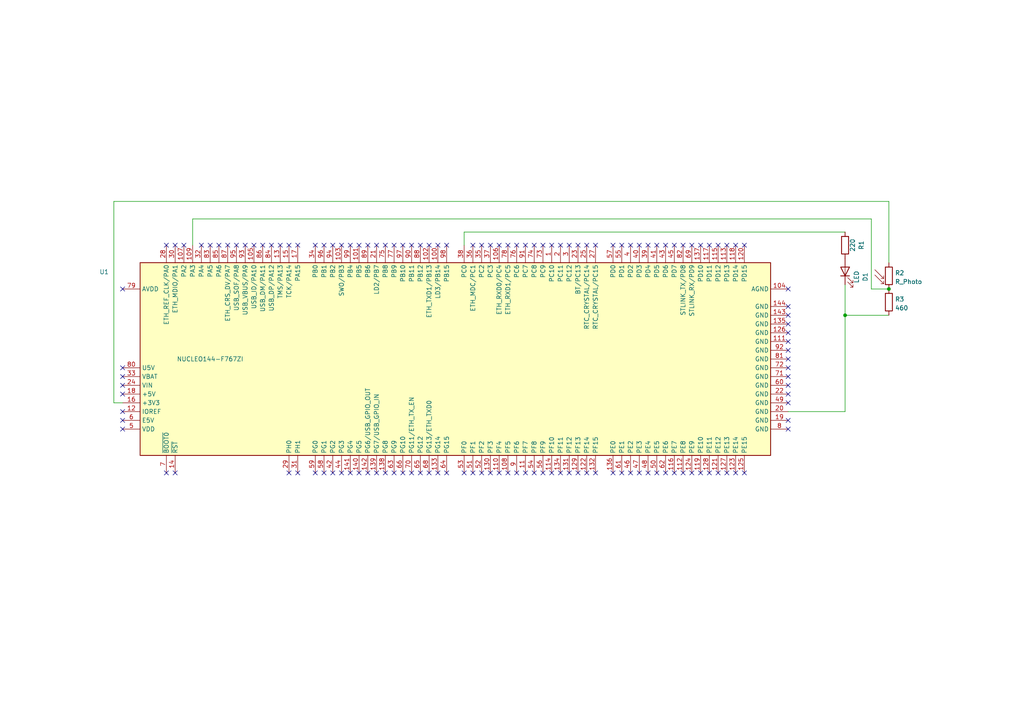
<source format=kicad_sch>
(kicad_sch (version 20211123) (generator eeschema)
  (paper "A4")
  (title_block (title "Nucleo"))
  (lib_symbols
    (symbol "Device:LED" (pin_numbers hide) (pin_names (offset 1.016) hide)
      (property "Reference" "D" (at 0 2.54 0))
      (property "Value" "LED" (at 0 -2.54 0))
      (symbol "LED_0_1"
        (polyline (pts (xy -1.27 -1.27) (xy -1.27 1.27)) (stroke (width 0.254)))
        (polyline (pts (xy -1.27 0) (xy 1.27 0)))
        (polyline (pts (xy 1.27 -1.27) (xy 1.27 1.27) (xy -1.27 0) (xy 1.27 -1.27)) (stroke (width 0.254)))
        (polyline (pts (xy -3.048 -0.762) (xy -4.572 -2.286) (xy -3.81 -2.286) (xy -4.572 -2.286) (xy -4.572 -1.524)))
        (polyline (pts (xy -1.778 -0.762) (xy -3.302 -2.286) (xy -2.54 -2.286) (xy -3.302 -2.286) (xy -3.302 -1.524)))
      )
      (symbol "LED_1_1"
        (pin passive line (at -3.81 0 0) (length 2.54) (name "K") (number "1"))
        (pin passive line (at 3.81 0 180) (length 2.54) (name "A") (number "2"))
      )
    )
    (symbol "Device:R" (pin_numbers hide) (pin_names (offset 0))
      (property "Reference" "R" (at 2.032 0 90))
      (property "Value" "R" (at 0 0 90))
      (symbol "R_0_1"
        (rectangle (start -1.016 -2.54) (end 1.016 2.54) (stroke (width 0.254)))
      )
      (symbol "R_1_1"
        (pin passive line (at 0 3.81 270) (length 1.27) (name "~") (number "1"))
        (pin passive line (at 0 -3.81 90) (length 1.27) (name "~") (number "2"))
      )
    )
    (symbol "Device:R_Photo" (pin_numbers hide) (pin_names (offset 0))
      (property "Reference" "R" (at 1.27 1.27 0))
      (property "Value" "R_Photo" (at 1.27 0 0))
      (symbol "R_Photo_0_1"
        (rectangle (start -1.016 2.54) (end 1.016 -2.54) (stroke (width 0.254)))
        (polyline (pts (xy -1.524 -2.286) (xy -4.064 0.254)))
        (polyline (pts (xy -1.524 -2.286) (xy -2.286 -2.286)))
        (polyline (pts (xy -1.524 -2.286) (xy -1.524 -1.524)))
        (polyline (pts (xy -1.524 -0.762) (xy -4.064 1.778)))
        (polyline (pts (xy -1.524 -0.762) (xy -2.286 -0.762)))
        (polyline (pts (xy -1.524 -0.762) (xy -1.524 0)))
      )
      (symbol "R_Photo_1_1"
        (pin passive line (at 0 3.81 270) (length 1.27) (name "~") (number "1"))
        (pin passive line (at 0 -3.81 90) (length 1.27) (name "~") (number "2"))
      )
    )
    (symbol "MCU_Module:NUCLEO144-F767ZI"
      (property "Reference" "U" (at -22.86 94.615 0))
      (property "Value" "NUCLEO144-F767ZI" (at -22.86 92.71 0))
      (symbol "NUCLEO144-F767ZI_0_1"
        (rectangle (start -27.94 -91.44) (end 27.94 91.44) (stroke (width 0.254)) (fill (type background)))
      )
      (symbol "NUCLEO144-F767ZI_1_1"
        (pin bidirectional line (at 33.02 -27.94 180) (length 5.08) (name "PC10") (number "1"))
        (pin no_connect line (at -33.02 55.88 0) (length 5.08) hide (name "NC") (number "10"))
        (pin bidirectional line (at 33.02 5.08 180) (length 5.08) (name "LD3/PB14") (number "100"))
        (pin bidirectional line (at 33.02 27.94 180) (length 5.08) (name "PB5") (number "101"))
        (pin bidirectional line (at 33.02 7.62 180) (length 5.08) (name "ETH_TXD1/PB13") (number "102"))
        (pin bidirectional line (at 33.02 33.02 180) (length 5.08) (name "SWO/PB3") (number "103"))
        (pin power_in line (at 20.32 -96.52 90) (length 5.08) (name "AGND") (number "104"))
        (pin bidirectional line (at 33.02 58.42 180) (length 5.08) (name "USB_ID/PA10") (number "105"))
        (pin bidirectional line (at 33.02 -12.7 180) (length 5.08) (name "ETH_RXD0/PC4") (number "106"))
        (pin bidirectional line (at 33.02 78.74 180) (length 5.08) (name "PA2") (number "107"))
        (pin bidirectional line (at -33.02 -15.24 0) (length 5.08) (name "PF5") (number "108"))
        (pin bidirectional line (at 33.02 76.2 180) (length 5.08) (name "PA3") (number "109"))
        (pin bidirectional line (at -33.02 -20.32 0) (length 5.08) (name "PF7") (number "11"))
        (pin bidirectional line (at -33.02 -12.7 0) (length 5.08) (name "PF4") (number "110"))
        (pin power_in line (at 5.08 -96.52 90) (length 5.08) (name "GND") (number "111"))
        (pin bidirectional line (at -33.02 -66.04 0) (length 5.08) (name "PE8") (number "112"))
        (pin bidirectional line (at 33.02 -78.74 180) (length 5.08) (name "PD13") (number "113"))
        (pin bidirectional line (at -33.02 -27.94 0) (length 5.08) (name "PF10") (number "114"))
        (pin bidirectional line (at 33.02 -76.2 180) (length 5.08) (name "PD12") (number "115"))
        (pin bidirectional line (at -33.02 -63.5 0) (length 5.08) (name "PE7") (number "116"))
        (pin bidirectional line (at 33.02 -73.66 180) (length 5.08) (name "PD11") (number "117"))
        (pin bidirectional line (at 33.02 -81.28 180) (length 5.08) (name "PD14") (number "118"))
        (pin bidirectional line (at -33.02 -71.12 0) (length 5.08) (name "PE10") (number "119"))
        (pin power_in line (at -15.24 96.52 270) (length 5.08) (name "IOREF") (number "12"))
        (pin bidirectional line (at 33.02 -83.82 180) (length 5.08) (name "PD15") (number "120"))
        (pin bidirectional line (at -33.02 -76.2 0) (length 5.08) (name "PE12") (number "121"))
        (pin bidirectional line (at -33.02 -38.1 0) (length 5.08) (name "PF14") (number "122"))
        (pin bidirectional line (at -33.02 -81.28 0) (length 5.08) (name "PE14") (number "123"))
        (pin bidirectional line (at -33.02 -68.58 0) (length 5.08) (name "PE9") (number "124"))
        (pin bidirectional line (at -33.02 -83.82 0) (length 5.08) (name "PE15") (number "125"))
        (pin power_in line (at 7.62 -96.52 90) (length 5.08) (name "GND") (number "126"))
        (pin bidirectional line (at -33.02 -78.74 0) (length 5.08) (name "PE13") (number "127"))
        (pin bidirectional line (at -33.02 -73.66 0) (length 5.08) (name "PE11") (number "128"))
        (pin bidirectional line (at -33.02 -35.56 0) (length 5.08) (name "PF13") (number "129"))
        (pin bidirectional line (at 33.02 50.8 180) (length 5.08) (name "TMS/PA13") (number "13"))
        (pin bidirectional line (at -33.02 -10.16 0) (length 5.08) (name "PF3") (number "130"))
        (pin bidirectional line (at -33.02 -33.02 0) (length 5.08) (name "PF12") (number "131"))
        (pin bidirectional line (at -33.02 -40.64 0) (length 5.08) (name "PF15") (number "132"))
        (pin bidirectional line (at -33.02 5.08 0) (length 5.08) (name "PG14") (number "133"))
        (pin bidirectional line (at -33.02 -30.48 0) (length 5.08) (name "PF11") (number "134"))
        (pin power_in line (at 10.16 -96.52 90) (length 5.08) (name "GND") (number "135"))
        (pin bidirectional line (at -33.02 -45.72 0) (length 5.08) (name "PE0") (number "136"))
        (pin bidirectional line (at 33.02 -71.12 180) (length 5.08) (name "PD10") (number "137"))
        (pin bidirectional line (at -33.02 20.32 0) (length 5.08) (name "PG8") (number "138"))
        (pin bidirectional line (at -33.02 22.86 0) (length 5.08) (name "PG7/USB_GPIO_IN") (number "139"))
        (pin input line (at -33.02 81.28 0) (length 5.08) (name "~{RST}") (number "14"))
        (pin bidirectional line (at -33.02 27.94 0) (length 5.08) (name "PG5") (number "140"))
        (pin bidirectional line (at -33.02 30.48 0) (length 5.08) (name "PG4") (number "141"))
        (pin bidirectional line (at -33.02 25.4 0) (length 5.08) (name "PG6/USB_GPIO_OUT") (number "142"))
        (pin power_in line (at 12.7 -96.52 90) (length 5.08) (name "GND") (number "143"))
        (pin power_in line (at 15.24 -96.52 90) (length 5.08) (name "GND") (number "144"))
        (pin bidirectional line (at 33.02 48.26 180) (length 5.08) (name "TCK/PA14") (number "15"))
        (pin power_in line (at -12.7 96.52 270) (length 5.08) (name "+3V3") (number "16"))
        (pin bidirectional line (at 33.02 45.72 180) (length 5.08) (name "PA15") (number "17"))
        (pin power_in line (at -10.16 96.52 270) (length 5.08) (name "+5V") (number "18"))
        (pin power_in line (at -17.78 -96.52 90) (length 5.08) (name "GND") (number "19"))
        (pin bidirectional line (at 33.02 -30.48 180) (length 5.08) (name "PC11") (number "2"))
        (pin power_in line (at -15.24 -96.52 90) (length 5.08) (name "GND") (number "20"))
        (pin bidirectional line (at 33.02 22.86 180) (length 5.08) (name "LD2/PB7") (number "21"))
        (pin power_in line (at -10.16 -96.52 90) (length 5.08) (name "GND") (number "22"))
        (pin bidirectional line (at 33.02 -35.56 180) (length 5.08) (name "BT/PC13") (number "23"))
        (pin power_in line (at -7.62 96.52 270) (length 5.08) (name "VIN") (number "24"))
        (pin bidirectional line (at 33.02 -38.1 180) (length 5.08) (name "RTC_CRYSTAL/PC14") (number "25"))
        (pin no_connect line (at -33.02 58.42 0) (length 5.08) hide (name "NC") (number "26"))
        (pin bidirectional line (at 33.02 -40.64 180) (length 5.08) (name "RTC_CRYSTAL/PC15") (number "27"))
        (pin bidirectional line (at 33.02 83.82 180) (length 5.08) (name "ETH_REF_CLK/PA0") (number "28"))
        (pin bidirectional line (at -33.02 48.26 0) (length 5.08) (name "PH0") (number "29"))
        (pin bidirectional line (at 33.02 -33.02 180) (length 5.08) (name "PC12") (number "3"))
        (pin bidirectional line (at 33.02 81.28 180) (length 5.08) (name "ETH_MDIO/PA1") (number "30"))
        (pin bidirectional line (at -33.02 45.72 0) (length 5.08) (name "PH1") (number "31"))
        (pin bidirectional line (at 33.02 73.66 180) (length 5.08) (name "PA4") (number "32"))
        (pin power_in line (at -5.08 96.52 270) (length 5.08) (name "VBAT") (number "33"))
        (pin bidirectional line (at 33.02 40.64 180) (length 5.08) (name "PB0") (number "34"))
        (pin bidirectional line (at 33.02 -7.62 180) (length 5.08) (name "PC2") (number "35"))
        (pin bidirectional line (at 33.02 -5.08 180) (length 5.08) (name "ETH_MDC/PC1") (number "36"))
        (pin bidirectional line (at 33.02 -10.16 180) (length 5.08) (name "PC3") (number "37"))
        (pin bidirectional line (at 33.02 -2.54 180) (length 5.08) (name "PC0") (number "38"))
        (pin bidirectional line (at 33.02 -55.88 180) (length 5.08) (name "PD4") (number "39"))
        (pin bidirectional line (at 33.02 -50.8 180) (length 5.08) (name "PD2") (number "4"))
        (pin bidirectional line (at 33.02 -53.34 180) (length 5.08) (name "PD3") (number "40"))
        (pin bidirectional line (at 33.02 -58.42 180) (length 5.08) (name "PD5") (number "41"))
        (pin bidirectional line (at -33.02 35.56 0) (length 5.08) (name "PG2") (number "42"))
        (pin bidirectional line (at 33.02 -60.96 180) (length 5.08) (name "PD6") (number "43"))
        (pin bidirectional line (at -33.02 33.02 0) (length 5.08) (name "PG3") (number "44"))
        (pin bidirectional line (at 33.02 -63.5 180) (length 5.08) (name "PD7") (number "45"))
        (pin bidirectional line (at -33.02 -50.8 0) (length 5.08) (name "PE2") (number "46"))
        (pin bidirectional line (at -33.02 -53.34 0) (length 5.08) (name "PE3") (number "47"))
        (pin bidirectional line (at -33.02 -55.88 0) (length 5.08) (name "PE4") (number "48"))
        (pin power_in line (at -12.7 -96.52 90) (length 5.08) (name "GND") (number "49"))
        (pin power_in line (at -20.32 96.52 270) (length 5.08) (name "VDD") (number "5"))
        (pin bidirectional line (at -33.02 -58.42 0) (length 5.08) (name "PE5") (number "50"))
        (pin bidirectional line (at -33.02 -5.08 0) (length 5.08) (name "PF1") (number "51"))
        (pin bidirectional line (at -33.02 -7.62 0) (length 5.08) (name "PF2") (number "52"))
        (pin bidirectional line (at -33.02 -2.54 0) (length 5.08) (name "PF0") (number "53"))
        (pin bidirectional line (at -33.02 -22.86 0) (length 5.08) (name "PF8") (number "54"))
        (pin bidirectional line (at 33.02 -48.26 180) (length 5.08) (name "PD1") (number "55"))
        (pin bidirectional line (at -33.02 -25.4 0) (length 5.08) (name "PF9") (number "56"))
        (pin bidirectional line (at 33.02 -45.72 180) (length 5.08) (name "PD0") (number "57"))
        (pin bidirectional line (at -33.02 38.1 0) (length 5.08) (name "PG1") (number "58"))
        (pin bidirectional line (at -33.02 40.64 0) (length 5.08) (name "PG0") (number "59"))
        (pin power_in line (at -17.78 96.52 270) (length 5.08) (name "E5V") (number "6"))
        (pin power_in line (at -7.62 -96.52 90) (length 5.08) (name "GND") (number "60"))
        (pin bidirectional line (at -33.02 -48.26 0) (length 5.08) (name "PE1") (number "61"))
        (pin bidirectional line (at -33.02 -60.96 0) (length 5.08) (name "PE6") (number "62"))
        (pin bidirectional line (at -33.02 17.78 0) (length 5.08) (name "PG9") (number "63"))
        (pin bidirectional line (at -33.02 2.54 0) (length 5.08) (name "PG15") (number "64"))
        (pin bidirectional line (at -33.02 10.16 0) (length 5.08) (name "PG12") (number "65"))
        (pin bidirectional line (at -33.02 15.24 0) (length 5.08) (name "PG10") (number "66"))
        (pin no_connect line (at -33.02 53.34 0) (length 5.08) hide (name "NC") (number "67"))
        (pin bidirectional line (at -33.02 7.62 0) (length 5.08) (name "PG13/ETH_TXD0") (number "68"))
        (pin bidirectional line (at 33.02 -68.58 180) (length 5.08) (name "STLINK_RX/PD9") (number "69"))
        (pin input line (at -33.02 83.82 0) (length 5.08) (name "~{BOOT0}") (number "7"))
        (pin bidirectional line (at -33.02 12.7 0) (length 5.08) (name "PG11/ETH_TX_EN") (number "70"))
        (pin power_in line (at -5.08 -96.52 90) (length 5.08) (name "GND") (number "71"))
        (pin power_in line (at -2.54 -96.52 90) (length 5.08) (name "GND") (number "72"))
        (pin bidirectional line (at 33.02 -25.4 180) (length 5.08) (name "PC9") (number "73"))
        (pin bidirectional line (at 33.02 -22.86 180) (length 5.08) (name "PC8") (number "74"))
        (pin bidirectional line (at 33.02 20.32 180) (length 5.08) (name "PB8") (number "75"))
        (pin bidirectional line (at 33.02 -17.78 180) (length 5.08) (name "PC6") (number "76"))
        (pin bidirectional line (at 33.02 17.78 180) (length 5.08) (name "PB9") (number "77"))
        (pin bidirectional line (at 33.02 -15.24 180) (length 5.08) (name "ETH_RXD1/PC5") (number "78"))
        (pin power_in line (at 20.32 96.52 270) (length 5.08) (name "AVDD") (number "79"))
        (pin power_in line (at -20.32 -96.52 90) (length 5.08) (name "GND") (number "8"))
        (pin power_in line (at -2.54 96.52 270) (length 5.08) (name "U5V") (number "80"))
        (pin power_in line (at 0 -96.52 90) (length 5.08) (name "GND") (number "81"))
        (pin bidirectional line (at 33.02 -66.04 180) (length 5.08) (name "STLINK_TX/PD8") (number "82"))
        (pin bidirectional line (at 33.02 71.12 180) (length 5.08) (name "PA5") (number "83"))
        (pin bidirectional line (at 33.02 53.34 180) (length 5.08) (name "USB_DP/PA12") (number "84"))
        (pin bidirectional line (at 33.02 68.58 180) (length 5.08) (name "PA6") (number "85"))
        (pin bidirectional line (at 33.02 55.88 180) (length 5.08) (name "USB_DM/PA11") (number "86"))
        (pin bidirectional line (at 33.02 66.04 180) (length 5.08) (name "ETH_CRS_DV/PA7") (number "87"))
        (pin bidirectional line (at 33.02 10.16 180) (length 5.08) (name "PB12") (number "88"))
        (pin bidirectional line (at 33.02 25.4 180) (length 5.08) (name "PB6") (number "89"))
        (pin bidirectional line (at -33.02 -17.78 0) (length 5.08) (name "PF6") (number "9"))
        (pin bidirectional line (at 33.02 12.7 180) (length 5.08) (name "PB11") (number "90"))
        (pin bidirectional line (at 33.02 -20.32 180) (length 5.08) (name "PC7") (number "91"))
        (pin power_in line (at 2.54 -96.52 90) (length 5.08) (name "GND") (number "92"))
        (pin bidirectional line (at 33.02 60.96 180) (length 5.08) (name "USB_VBUS/PA9") (number "93"))
        (pin bidirectional line (at 33.02 35.56 180) (length 5.08) (name "PB2") (number "94"))
        (pin bidirectional line (at 33.02 63.5 180) (length 5.08) (name "USB_SOF/PA8") (number "95"))
        (pin bidirectional line (at 33.02 38.1 180) (length 5.08) (name "PB1") (number "96"))
        (pin bidirectional line (at 33.02 15.24 180) (length 5.08) (name "PB10") (number "97"))
        (pin bidirectional line (at 33.02 2.54 180) (length 5.08) (name "PB15") (number "98"))
        (pin bidirectional line (at 33.02 30.48 180) (length 5.08) (name "PB4") (number "99"))
      )
    )
  )
  (junction (at 257.81 83.82))
  (junction (at 245.11 91.44))
  (no_connect (at 58.42 71.12))
  (no_connect (at 81.28 71.12))
  (no_connect (at 200.66 137.16))
  (no_connect (at 167.64 137.16))
  (no_connect (at 35.56 111.76))
  (no_connect (at 157.48 71.12))
  (no_connect (at 213.36 71.12))
  (no_connect (at 210.82 137.16))
  (no_connect (at 228.6 104.14))
  (no_connect (at 205.74 137.16))
  (no_connect (at 119.38 71.12))
  (no_connect (at 190.5 71.12))
  (no_connect (at 78.74 71.12))
  (no_connect (at 48.26 71.12))
  (no_connect (at 144.78 71.12))
  (no_connect (at 210.82 71.12))
  (no_connect (at 91.44 71.12))
  (no_connect (at 170.18 137.16))
  (no_connect (at 162.56 71.12))
  (no_connect (at 86.36 71.12))
  (no_connect (at 172.72 137.16))
  (no_connect (at 228.6 114.3))
  (no_connect (at 177.8 71.12))
  (no_connect (at 154.94 71.12))
  (no_connect (at 35.56 119.38))
  (no_connect (at 228.6 99.06))
  (no_connect (at 215.9 137.16))
  (no_connect (at 104.14 137.16))
  (no_connect (at 101.6 137.16))
  (no_connect (at 109.22 137.16))
  (no_connect (at 106.68 137.16))
  (no_connect (at 99.06 137.16))
  (no_connect (at 96.52 137.16))
  (no_connect (at 129.54 137.16))
  (no_connect (at 134.62 137.16))
  (no_connect (at 137.16 137.16))
  (no_connect (at 139.7 137.16))
  (no_connect (at 127 137.16))
  (no_connect (at 124.46 137.16))
  (no_connect (at 111.76 137.16))
  (no_connect (at 114.3 137.16))
  (no_connect (at 119.38 137.16))
  (no_connect (at 116.84 137.16))
  (no_connect (at 121.92 137.16))
  (no_connect (at 93.98 137.16))
  (no_connect (at 83.82 137.16))
  (no_connect (at 86.36 137.16))
  (no_connect (at 91.44 137.16))
  (no_connect (at 208.28 137.16))
  (no_connect (at 147.32 71.12))
  (no_connect (at 124.46 71.12))
  (no_connect (at 83.82 71.12))
  (no_connect (at 167.64 71.12))
  (no_connect (at 35.56 121.92))
  (no_connect (at 101.6 71.12))
  (no_connect (at 180.34 71.12))
  (no_connect (at 106.68 71.12))
  (no_connect (at 149.86 71.12))
  (no_connect (at 228.6 106.68))
  (no_connect (at 111.76 71.12))
  (no_connect (at 114.3 71.12))
  (no_connect (at 73.66 71.12))
  (no_connect (at 116.84 71.12))
  (no_connect (at 157.48 137.16))
  (no_connect (at 228.6 96.52))
  (no_connect (at 35.56 106.68))
  (no_connect (at 68.58 71.12))
  (no_connect (at 198.12 137.16))
  (no_connect (at 35.56 124.46))
  (no_connect (at 228.6 88.9))
  (no_connect (at 228.6 124.46))
  (no_connect (at 180.34 137.16))
  (no_connect (at 144.78 137.16))
  (no_connect (at 142.24 137.16))
  (no_connect (at 149.86 137.16))
  (no_connect (at 147.32 137.16))
  (no_connect (at 152.4 137.16))
  (no_connect (at 154.94 137.16))
  (no_connect (at 187.96 137.16))
  (no_connect (at 187.96 71.12))
  (no_connect (at 182.88 137.16))
  (no_connect (at 50.8 137.16))
  (no_connect (at 152.4 71.12))
  (no_connect (at 185.42 137.16))
  (no_connect (at 63.5 71.12))
  (no_connect (at 109.22 71.12))
  (no_connect (at 165.1 71.12))
  (no_connect (at 137.16 71.12))
  (no_connect (at 50.8 71.12))
  (no_connect (at 66.04 71.12))
  (no_connect (at 215.9 71.12))
  (no_connect (at 177.8 137.16))
  (no_connect (at 162.56 137.16))
  (no_connect (at 129.54 71.12))
  (no_connect (at 205.74 71.12))
  (no_connect (at 228.6 91.44))
  (no_connect (at 35.56 109.22))
  (no_connect (at 195.58 71.12))
  (no_connect (at 228.6 101.6))
  (no_connect (at 190.5 137.16))
  (no_connect (at 35.56 114.3))
  (no_connect (at 160.02 71.12))
  (no_connect (at 139.7 71.12))
  (no_connect (at 228.6 111.76))
  (no_connect (at 121.92 71.12))
  (no_connect (at 228.6 83.82))
  (no_connect (at 200.66 71.12))
  (no_connect (at 228.6 121.92))
  (no_connect (at 93.98 71.12))
  (no_connect (at 228.6 93.98))
  (no_connect (at 48.26 137.16))
  (no_connect (at 208.28 71.12))
  (no_connect (at 193.04 71.12))
  (no_connect (at 35.56 83.82))
  (no_connect (at 142.24 71.12))
  (no_connect (at 213.36 137.16))
  (no_connect (at 172.72 71.12))
  (no_connect (at 228.6 116.84))
  (no_connect (at 99.06 71.12))
  (no_connect (at 185.42 71.12))
  (no_connect (at 165.1 137.16))
  (no_connect (at 193.04 137.16))
  (no_connect (at 203.2 137.16))
  (no_connect (at 182.88 71.12))
  (no_connect (at 195.58 137.16))
  (no_connect (at 71.12 71.12))
  (no_connect (at 170.18 71.12))
  (no_connect (at 160.02 137.16))
  (no_connect (at 198.12 71.12))
  (no_connect (at 127 71.12))
  (no_connect (at 203.2 71.12))
  (no_connect (at 96.52 71.12))
  (no_connect (at 76.2 71.12))
  (no_connect (at 60.96 71.12))
  (no_connect (at 228.6 109.22))
  (no_connect (at 53.34 71.12))
  (no_connect (at 104.14 71.12))
  (wire (pts (xy 134.62 67.31) (xy 245.11 67.31)))
  (wire (pts (xy 252.73 83.82) (xy 257.81 83.82)))
  (wire (pts (xy 245.11 91.44) (xy 257.81 91.44)))
  (wire (pts (xy 35.56 116.84) (xy 33.02 116.84)))
  (wire (pts (xy 55.88 71.12) (xy 55.88 63.5)))
  (wire (pts (xy 257.81 58.42) (xy 257.81 76.2)))
  (wire (pts (xy 33.02 58.42) (xy 257.81 58.42)))
  (wire (pts (xy 55.88 63.5) (xy 252.73 63.5)))
  (wire (pts (xy 245.11 91.44) (xy 245.11 82.55)))
  (wire (pts (xy 134.62 71.12) (xy 134.62 67.31)))
  (wire (pts (xy 245.11 119.38) (xy 245.11 91.44)))
  (wire (pts (xy 252.73 63.5) (xy 252.73 83.82)))
  (wire (pts (xy 228.6 119.38) (xy 245.11 119.38)))
  (wire (pts (xy 33.02 116.84) (xy 33.02 58.42)))
  (symbol (lib_id "MCU_Module:NUCLEO144-F767ZI") (at 132.08 104.14 90) (unit 1)
    (property "Reference" "U1" (at 30.2131 78.8628 90))
    (property "Value" "NUCLEO144-F767ZI" (at 60.96 104.14 90))
    (property "Footprint" "Module:ST_Morpho_Connector_144_STLink" (effects hide))
    (property "Datasheet" "https://www.st.com/resource/en/user_manual/dm00244518-stm32-nucleo144-boards-stmicroelectronics.pdf" (effects hide))
  )
  (symbol (lib_id "Device:R_Photo") (at 257.81 80.01 0) (unit 1)
    (property "Reference" "R2" (at 259.588 79.1753 0) (effects (justify left)))
    (property "Value" "R_Photo" (at 259.588 81.7122 0) (effects (justify left)))
  )
  (symbol (lib_id "Device:R") (at 245.11 71.12 0) (unit 1)
    (property "Reference" "R1" (at 249.8258 71.12 90))
    (property "Value" "220" (at 247.2889 71.12 90))
  )
  (symbol (lib_id "Device:LED") (at 245.11 78.74 90) (unit 1)
    (property "Reference" "D1" (at 250.9688 80.3275 0))
    (property "Value" "LED" (at 248.4319 80.3275 0))
  )
  (symbol (lib_id "Device:R") (at 257.81 87.63 0) (unit 1)
    (property "Reference" "R3" (at 259.588 86.7953 0) (effects (justify left)))
    (property "Value" "460" (at 259.588 89.3322 0) (effects (justify left)))
  )
)
</source>
